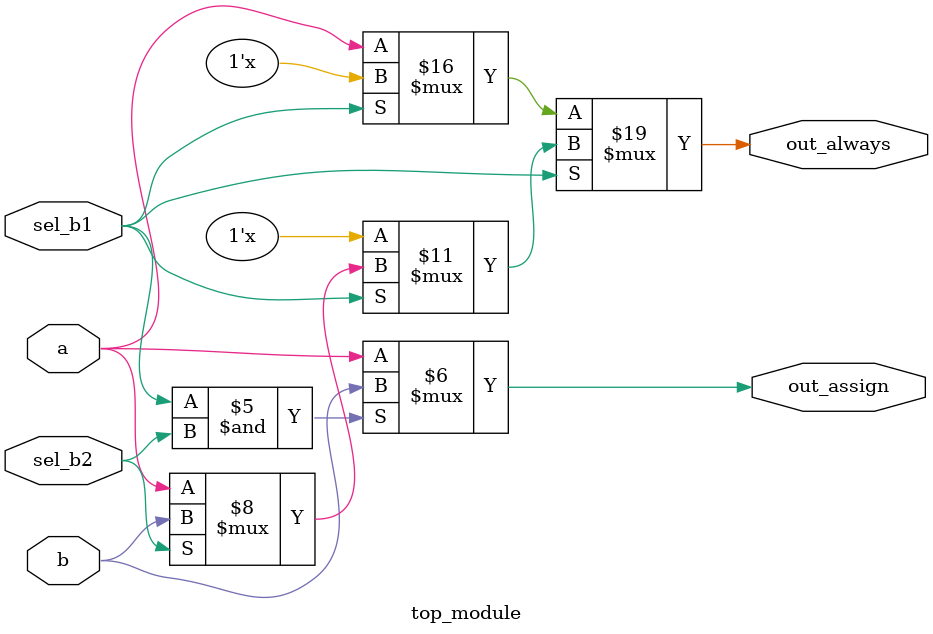
<source format=v>
module top_module(
    input a,
    input b,
    input sel_b1,
    input sel_b2,
    output wire out_assign,
    output reg out_always   ); 

 
            
            always@(*)
                begin
             		if(!sel_b1)
                      begin
        				if(!sel_b2) 
                        begin
        	 				out_always = a;
        				end
        			else 
                        begin
        	 				out_always = a;
        				end
    				 end
                	else 
                    begin
                 		if(!sel_b2) 
                        begin
        				 out_always = a;
        		  		end
        				else 
                        begin
        				 out_always = b;
        		  		end
                	end
            	end
    
    assign out_assign = (sel_b1 & sel_b2) ? b : a;
	
endmodule

</source>
